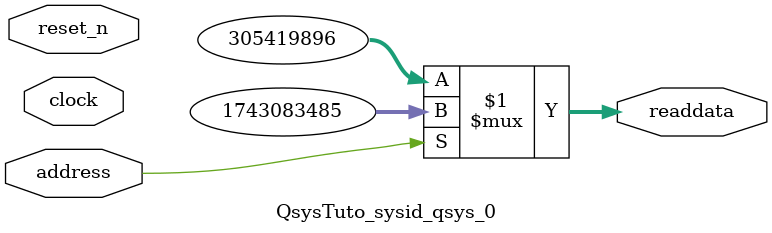
<source format=v>



// synthesis translate_off
`timescale 1ns / 1ps
// synthesis translate_on

// turn off superfluous verilog processor warnings 
// altera message_level Level1 
// altera message_off 10034 10035 10036 10037 10230 10240 10030 

module QsysTuto_sysid_qsys_0 (
               // inputs:
                address,
                clock,
                reset_n,

               // outputs:
                readdata
             )
;

  output  [ 31: 0] readdata;
  input            address;
  input            clock;
  input            reset_n;

  wire    [ 31: 0] readdata;
  //control_slave, which is an e_avalon_slave
  assign readdata = address ? 1743083485 : 305419896;

endmodule



</source>
